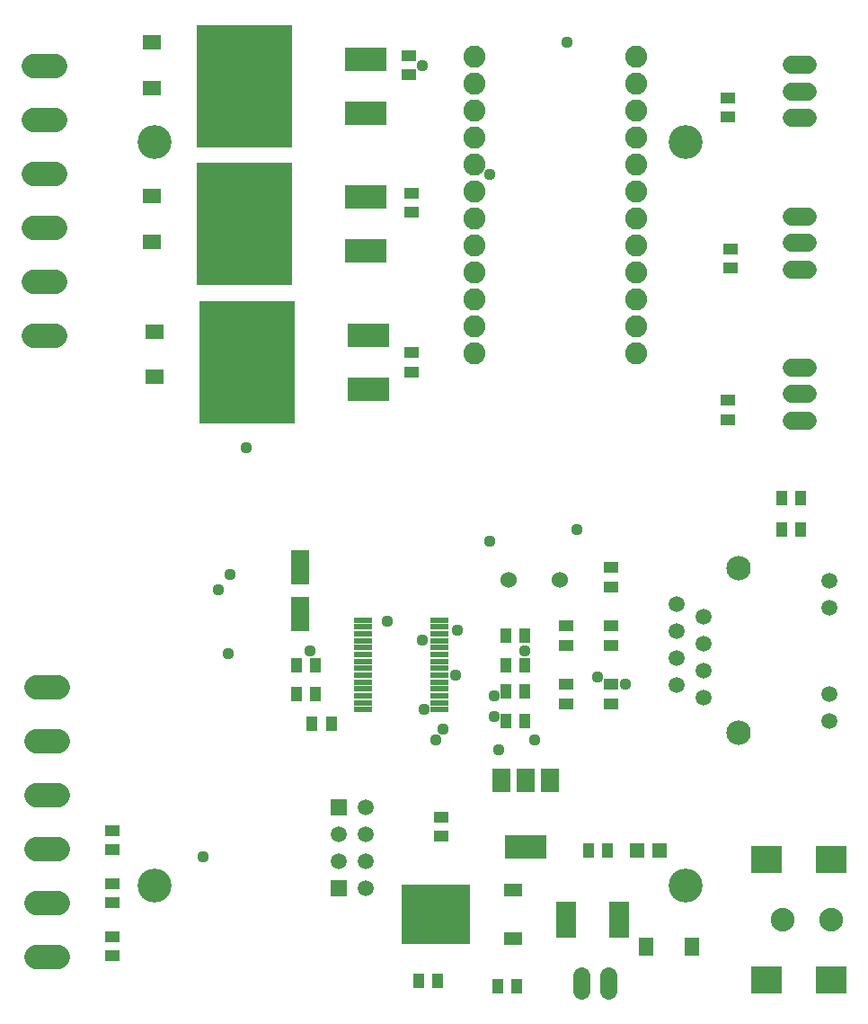
<source format=gbr>
G04 EAGLE Gerber RS-274X export*
G75*
%MOMM*%
%FSLAX34Y34*%
%LPD*%
%AMOC8*
5,1,8,0,0,1.08239X$1,22.5*%
G01*
%ADD10C,3.203200*%
%ADD11R,1.403200X1.003200*%
%ADD12R,1.403200X1.403200*%
%ADD13R,1.473200X1.673200*%
%ADD14R,1.003200X1.403200*%
%ADD15R,1.983200X3.403200*%
%ADD16R,1.701800X2.209800*%
%ADD17R,4.013200X2.209800*%
%ADD18R,3.003200X2.603200*%
%ADD19C,2.235200*%
%ADD20R,6.403200X5.603200*%
%ADD21R,1.803200X1.203200*%
%ADD22C,1.625600*%
%ADD23R,1.673200X1.473200*%
%ADD24R,4.013200X2.286000*%
%ADD25R,9.093200X11.633200*%
%ADD26C,1.727200*%
%ADD27R,1.511200X1.511200*%
%ADD28C,1.511200*%
%ADD29C,2.082800*%
%ADD30C,2.298700*%
%ADD31R,1.703200X0.603200*%
%ADD32C,1.524000*%
%ADD33R,1.803200X3.203200*%
%ADD34C,2.303200*%
%ADD35C,1.109600*%


D10*
X172500Y832500D03*
X672500Y832500D03*
X172500Y132500D03*
X672500Y132500D03*
D11*
X442500Y178500D03*
X442500Y196500D03*
D12*
X648000Y165000D03*
X627000Y165000D03*
D13*
X679000Y75000D03*
X636000Y75000D03*
D14*
X439000Y42500D03*
X421000Y42500D03*
X599000Y165000D03*
X581000Y165000D03*
D15*
X609900Y100000D03*
X560100Y100000D03*
D16*
X545106Y231496D03*
X522246Y231496D03*
X499386Y231496D03*
D17*
X522500Y168504D03*
D18*
X810000Y43000D03*
X810000Y157000D03*
X749000Y43000D03*
X749000Y157000D03*
D19*
X810000Y100000D03*
X764280Y100000D03*
D20*
X437500Y105000D03*
D21*
X510500Y82200D03*
X510500Y127800D03*
D14*
X496000Y37500D03*
X514000Y37500D03*
D22*
X600200Y32888D02*
X600200Y47112D01*
X574800Y47112D02*
X574800Y32888D01*
D11*
X412500Y914000D03*
X412500Y896000D03*
D23*
X170000Y883500D03*
X170000Y926500D03*
D24*
X371400Y859600D03*
X371400Y910400D03*
D25*
X257100Y885000D03*
D11*
X712500Y589000D03*
X712500Y571000D03*
D26*
X772380Y620000D02*
X787620Y620000D01*
X787620Y595000D02*
X772380Y595000D01*
X772380Y570000D02*
X787620Y570000D01*
D11*
X715000Y731500D03*
X715000Y713500D03*
D26*
X772380Y762500D02*
X787620Y762500D01*
X787620Y737500D02*
X772380Y737500D01*
X772380Y712500D02*
X787620Y712500D01*
D11*
X415000Y784000D03*
X415000Y766000D03*
D23*
X170000Y738500D03*
X170000Y781500D03*
D24*
X371400Y729600D03*
X371400Y780400D03*
D25*
X257100Y755000D03*
D27*
X346375Y129250D03*
X346375Y205450D03*
D28*
X346375Y154650D03*
X346375Y180050D03*
X371775Y180050D03*
X371775Y154650D03*
X371775Y129250D03*
X371775Y205450D03*
D29*
X626200Y633000D03*
X626200Y658400D03*
X626200Y683800D03*
X626200Y709200D03*
X626200Y734600D03*
X626200Y760000D03*
X626200Y785400D03*
X626200Y810800D03*
X626200Y836200D03*
X626200Y861600D03*
X626200Y887000D03*
X626200Y912400D03*
X473800Y912400D03*
X473800Y887000D03*
X473800Y861600D03*
X473800Y836200D03*
X473800Y810800D03*
X473800Y785400D03*
X473800Y760000D03*
X473800Y734600D03*
X473800Y709200D03*
X473800Y683800D03*
X473800Y658400D03*
X473800Y633000D03*
D30*
X78778Y904500D02*
X57823Y904500D01*
X57823Y853700D02*
X78778Y853700D01*
X78778Y650500D02*
X57823Y650500D01*
X57823Y802900D02*
X78778Y802900D01*
X78778Y752100D02*
X57823Y752100D01*
X57823Y701300D02*
X78778Y701300D01*
X81278Y319500D02*
X60323Y319500D01*
X60323Y268700D02*
X81278Y268700D01*
X81278Y65500D02*
X60323Y65500D01*
X60323Y217900D02*
X81278Y217900D01*
X81278Y167100D02*
X60323Y167100D01*
X60323Y116300D02*
X81278Y116300D01*
D11*
X415000Y634000D03*
X415000Y616000D03*
D23*
X172500Y611000D03*
X172500Y654000D03*
D24*
X373900Y599600D03*
X373900Y650400D03*
D25*
X259600Y625000D03*
D11*
X712500Y874000D03*
X712500Y856000D03*
D26*
X772380Y905000D02*
X787620Y905000D01*
X787620Y880000D02*
X772380Y880000D01*
X772380Y855000D02*
X787620Y855000D01*
D11*
X132500Y184000D03*
X132500Y166000D03*
X132500Y134000D03*
X132500Y116000D03*
X132500Y84000D03*
X132500Y66000D03*
D31*
X368750Y382250D03*
X368750Y375750D03*
X368750Y369250D03*
X368750Y362750D03*
X368750Y356250D03*
X368750Y349750D03*
X368750Y343250D03*
X368750Y336750D03*
X368750Y330250D03*
X368750Y323750D03*
X368750Y317250D03*
X368750Y310750D03*
X368750Y304250D03*
X368750Y297750D03*
X441250Y297750D03*
X441250Y304250D03*
X441250Y310750D03*
X441250Y317250D03*
X441250Y323750D03*
X441250Y330250D03*
X441250Y336750D03*
X441250Y343250D03*
X441250Y349750D03*
X441250Y356250D03*
X441250Y362750D03*
X441250Y369250D03*
X441250Y375750D03*
X441250Y382250D03*
D14*
X324000Y312500D03*
X306000Y312500D03*
X324000Y340000D03*
X306000Y340000D03*
X339000Y285000D03*
X321000Y285000D03*
D32*
X505870Y420000D03*
X554130Y420000D03*
D14*
X503500Y340000D03*
X521500Y340000D03*
X503500Y367500D03*
X521500Y367500D03*
D11*
X560000Y358500D03*
X560000Y376500D03*
X602500Y358500D03*
X602500Y376500D03*
X602500Y303500D03*
X602500Y321500D03*
X560000Y303500D03*
X560000Y321500D03*
D14*
X521500Y315000D03*
X503500Y315000D03*
D11*
X602500Y431500D03*
X602500Y413500D03*
D14*
X521500Y287500D03*
X503500Y287500D03*
D33*
X310000Y388000D03*
X310000Y432000D03*
D14*
X781500Y467500D03*
X763500Y467500D03*
X781500Y497500D03*
X763500Y497500D03*
D34*
X722700Y275750D03*
X722700Y430650D03*
D28*
X808400Y419450D03*
X808400Y394050D03*
X808400Y312350D03*
X808400Y286950D03*
X664300Y397600D03*
X664300Y372200D03*
X664300Y346800D03*
X664300Y321400D03*
X689700Y385000D03*
X689700Y359600D03*
X689700Y334200D03*
X689700Y308800D03*
D35*
X218625Y159500D03*
X492250Y310750D03*
X492250Y291500D03*
X521125Y353375D03*
X391875Y380875D03*
X243375Y424875D03*
X488125Y456500D03*
X488125Y801625D03*
X232375Y411125D03*
X561000Y926750D03*
X424875Y904750D03*
X258500Y544500D03*
X426250Y298375D03*
X456500Y330000D03*
X319000Y353375D03*
X242000Y350625D03*
X496375Y259875D03*
X424875Y363000D03*
X616000Y321750D03*
X444125Y279125D03*
X589875Y328625D03*
X437250Y269500D03*
X530750Y269500D03*
X457500Y372500D03*
X570000Y467500D03*
M02*

</source>
